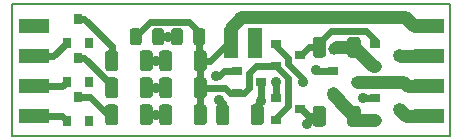
<source format=gbr>
%TF.GenerationSoftware,KiCad,Pcbnew,5.1.9-1.fc32*%
%TF.CreationDate,2021-02-20T11:42:22+01:00*%
%TF.ProjectId,rgb_led_strip_amp,7267625f-6c65-4645-9f73-747269705f61,rev?*%
%TF.SameCoordinates,Original*%
%TF.FileFunction,Copper,L1,Top*%
%TF.FilePolarity,Positive*%
%FSLAX46Y46*%
G04 Gerber Fmt 4.6, Leading zero omitted, Abs format (unit mm)*
G04 Created by KiCad (PCBNEW 5.1.9-1.fc32) date 2021-02-20 11:42:22*
%MOMM*%
%LPD*%
G01*
G04 APERTURE LIST*
%TA.AperFunction,Profile*%
%ADD10C,0.050000*%
%TD*%
%TA.AperFunction,NonConductor*%
%ADD11C,0.150000*%
%TD*%
%TA.AperFunction,SMDPad,CuDef*%
%ADD12R,0.900000X0.800000*%
%TD*%
%TA.AperFunction,SMDPad,CuDef*%
%ADD13R,1.200000X2.500000*%
%TD*%
%TA.AperFunction,SMDPad,CuDef*%
%ADD14R,0.800000X0.900000*%
%TD*%
%TA.AperFunction,SMDPad,CuDef*%
%ADD15R,2.500000X1.300000*%
%TD*%
%TA.AperFunction,ViaPad*%
%ADD16C,0.900000*%
%TD*%
%TA.AperFunction,ViaPad*%
%ADD17C,1.000000*%
%TD*%
%TA.AperFunction,Conductor*%
%ADD18C,0.609600*%
%TD*%
%TA.AperFunction,Conductor*%
%ADD19C,1.117600*%
%TD*%
%TA.AperFunction,Conductor*%
%ADD20C,0.812800*%
%TD*%
G04 APERTURE END LIST*
D10*
X186944000Y-127762000D02*
X149860000Y-127762000D01*
X186944000Y-138938000D02*
X186944000Y-127762000D01*
X149860000Y-138938000D02*
X186944000Y-138938000D01*
X149860000Y-127762000D02*
X149860000Y-138938000D01*
D11*
X149860000Y-138938000D02*
X149860000Y-127762000D01*
X186944000Y-138938000D02*
X149860000Y-138938000D01*
X186944000Y-127762000D02*
X186944000Y-138938000D01*
X149860000Y-127762000D02*
X186944000Y-127762000D01*
D12*
%TO.P,Q4,1*%
%TO.N,Net-(Q3-Pad3)*%
X177054000Y-133416000D03*
%TO.P,Q4,2*%
%TO.N,GND*%
X177054000Y-135316000D03*
%TO.P,Q4,3*%
%TO.N,/OUT2*%
X179054000Y-134366000D03*
%TD*%
%TO.P,R9,2*%
%TO.N,GND*%
%TA.AperFunction,SMDPad,CuDef*%
G36*
G01*
X178253500Y-137912003D02*
X178253500Y-136661997D01*
G75*
G02*
X178503497Y-136412000I249997J0D01*
G01*
X179128503Y-136412000D01*
G75*
G02*
X179378500Y-136661997I0J-249997D01*
G01*
X179378500Y-137912003D01*
G75*
G02*
X179128503Y-138162000I-249997J0D01*
G01*
X178503497Y-138162000D01*
G75*
G02*
X178253500Y-137912003I0J249997D01*
G01*
G37*
%TD.AperFunction*%
%TO.P,R9,1*%
%TO.N,Net-(Q5-Pad3)*%
%TA.AperFunction,SMDPad,CuDef*%
G36*
G01*
X175328500Y-137912003D02*
X175328500Y-136661997D01*
G75*
G02*
X175578497Y-136412000I249997J0D01*
G01*
X176203503Y-136412000D01*
G75*
G02*
X176453500Y-136661997I0J-249997D01*
G01*
X176453500Y-137912003D01*
G75*
G02*
X176203503Y-138162000I-249997J0D01*
G01*
X175578497Y-138162000D01*
G75*
G02*
X175328500Y-137912003I0J249997D01*
G01*
G37*
%TD.AperFunction*%
%TD*%
%TO.P,R8,2*%
%TO.N,Net-(D3-Pad1)*%
%TA.AperFunction,SMDPad,CuDef*%
G36*
G01*
X158866000Y-136534997D02*
X158866000Y-137785003D01*
G75*
G02*
X158616003Y-138035000I-249997J0D01*
G01*
X157990997Y-138035000D01*
G75*
G02*
X157741000Y-137785003I0J249997D01*
G01*
X157741000Y-136534997D01*
G75*
G02*
X157990997Y-136285000I249997J0D01*
G01*
X158616003Y-136285000D01*
G75*
G02*
X158866000Y-136534997I0J-249997D01*
G01*
G37*
%TD.AperFunction*%
%TO.P,R8,1*%
%TO.N,Net-(Q5-Pad1)*%
%TA.AperFunction,SMDPad,CuDef*%
G36*
G01*
X161791000Y-136534997D02*
X161791000Y-137785003D01*
G75*
G02*
X161541003Y-138035000I-249997J0D01*
G01*
X160915997Y-138035000D01*
G75*
G02*
X160666000Y-137785003I0J249997D01*
G01*
X160666000Y-136534997D01*
G75*
G02*
X160915997Y-136285000I249997J0D01*
G01*
X161541003Y-136285000D01*
G75*
G02*
X161791000Y-136534997I0J-249997D01*
G01*
G37*
%TD.AperFunction*%
%TD*%
%TO.P,R7,2*%
%TO.N,Net-(Q5-Pad1)*%
%TA.AperFunction,SMDPad,CuDef*%
G36*
G01*
X163438000Y-136534997D02*
X163438000Y-137785003D01*
G75*
G02*
X163188003Y-138035000I-249997J0D01*
G01*
X162562997Y-138035000D01*
G75*
G02*
X162313000Y-137785003I0J249997D01*
G01*
X162313000Y-136534997D01*
G75*
G02*
X162562997Y-136285000I249997J0D01*
G01*
X163188003Y-136285000D01*
G75*
G02*
X163438000Y-136534997I0J-249997D01*
G01*
G37*
%TD.AperFunction*%
%TO.P,R7,1*%
%TO.N,+12V*%
%TA.AperFunction,SMDPad,CuDef*%
G36*
G01*
X166363000Y-136534997D02*
X166363000Y-137785003D01*
G75*
G02*
X166113003Y-138035000I-249997J0D01*
G01*
X165487997Y-138035000D01*
G75*
G02*
X165238000Y-137785003I0J249997D01*
G01*
X165238000Y-136534997D01*
G75*
G02*
X165487997Y-136285000I249997J0D01*
G01*
X166113003Y-136285000D01*
G75*
G02*
X166363000Y-136534997I0J-249997D01*
G01*
G37*
%TD.AperFunction*%
%TD*%
%TO.P,Q5,3*%
%TO.N,Net-(Q5-Pad3)*%
X174228000Y-136652000D03*
%TO.P,Q5,2*%
%TO.N,+12V*%
X172228000Y-137602000D03*
%TO.P,Q5,1*%
%TO.N,Net-(Q5-Pad1)*%
X172228000Y-135702000D03*
%TD*%
D13*
%TO.P,J2,2*%
%TO.N,GND*%
X170402000Y-131064000D03*
%TO.P,J2,1*%
%TO.N,+12V*%
X168402000Y-131064000D03*
%TD*%
%TO.P,C2,2*%
%TO.N,GND*%
%TA.AperFunction,SMDPad,CuDef*%
G36*
G01*
X164330000Y-130081000D02*
X164330000Y-131031000D01*
G75*
G02*
X164080000Y-131281000I-250000J0D01*
G01*
X163580000Y-131281000D01*
G75*
G02*
X163330000Y-131031000I0J250000D01*
G01*
X163330000Y-130081000D01*
G75*
G02*
X163580000Y-129831000I250000J0D01*
G01*
X164080000Y-129831000D01*
G75*
G02*
X164330000Y-130081000I0J-250000D01*
G01*
G37*
%TD.AperFunction*%
%TO.P,C2,1*%
%TO.N,+12V*%
%TA.AperFunction,SMDPad,CuDef*%
G36*
G01*
X166230000Y-130081000D02*
X166230000Y-131031000D01*
G75*
G02*
X165980000Y-131281000I-250000J0D01*
G01*
X165480000Y-131281000D01*
G75*
G02*
X165230000Y-131031000I0J250000D01*
G01*
X165230000Y-130081000D01*
G75*
G02*
X165480000Y-129831000I250000J0D01*
G01*
X165980000Y-129831000D01*
G75*
G02*
X166230000Y-130081000I0J-250000D01*
G01*
G37*
%TD.AperFunction*%
%TD*%
%TO.P,C1,2*%
%TO.N,GND*%
%TA.AperFunction,SMDPad,CuDef*%
G36*
G01*
X161740000Y-131031000D02*
X161740000Y-130081000D01*
G75*
G02*
X161990000Y-129831000I250000J0D01*
G01*
X162490000Y-129831000D01*
G75*
G02*
X162740000Y-130081000I0J-250000D01*
G01*
X162740000Y-131031000D01*
G75*
G02*
X162490000Y-131281000I-250000J0D01*
G01*
X161990000Y-131281000D01*
G75*
G02*
X161740000Y-131031000I0J250000D01*
G01*
G37*
%TD.AperFunction*%
%TO.P,C1,1*%
%TO.N,+12V*%
%TA.AperFunction,SMDPad,CuDef*%
G36*
G01*
X159840000Y-131031000D02*
X159840000Y-130081000D01*
G75*
G02*
X160090000Y-129831000I250000J0D01*
G01*
X160590000Y-129831000D01*
G75*
G02*
X160840000Y-130081000I0J-250000D01*
G01*
X160840000Y-131031000D01*
G75*
G02*
X160590000Y-131281000I-250000J0D01*
G01*
X160090000Y-131281000D01*
G75*
G02*
X159840000Y-131031000I0J250000D01*
G01*
G37*
%TD.AperFunction*%
%TD*%
D14*
%TO.P,D3,1*%
%TO.N,Net-(D3-Pad1)*%
X155448000Y-135652000D03*
%TO.P,D3,*%
%TO.N,*%
X156398000Y-137652000D03*
%TO.P,D3,2*%
%TO.N,/IN3*%
X154498000Y-137652000D03*
%TD*%
%TO.P,D1,1*%
%TO.N,Net-(D1-Pad1)*%
X155448000Y-129048000D03*
%TO.P,D1,*%
%TO.N,*%
X156398000Y-131048000D03*
%TO.P,D1,2*%
%TO.N,/IN1*%
X154498000Y-131048000D03*
%TD*%
%TO.P,D2,2*%
%TO.N,/IN2*%
X154498000Y-134350000D03*
%TO.P,D2,*%
%TO.N,*%
X156398000Y-134350000D03*
%TO.P,D2,1*%
%TO.N,Net-(D2-Pad1)*%
X155448000Y-132350000D03*
%TD*%
D12*
%TO.P,Q1,1*%
%TO.N,Net-(Q1-Pad1)*%
X172228000Y-131130000D03*
%TO.P,Q1,2*%
%TO.N,+12V*%
X172228000Y-133030000D03*
%TO.P,Q1,3*%
%TO.N,Net-(Q1-Pad3)*%
X174228000Y-132080000D03*
%TD*%
%TO.P,Q2,3*%
%TO.N,/OUT1*%
X182610000Y-132080000D03*
%TO.P,Q2,2*%
%TO.N,GND*%
X180610000Y-133030000D03*
%TO.P,Q2,1*%
%TO.N,Net-(Q1-Pad3)*%
X180610000Y-131130000D03*
%TD*%
%TO.P,Q3,1*%
%TO.N,Net-(Q3-Pad1)*%
X168926000Y-133416000D03*
%TO.P,Q3,2*%
%TO.N,+12V*%
X168926000Y-135316000D03*
%TO.P,Q3,3*%
%TO.N,Net-(Q3-Pad3)*%
X170926000Y-134366000D03*
%TD*%
%TO.P,Q6,3*%
%TO.N,/OUT3*%
X182610000Y-136652000D03*
%TO.P,Q6,2*%
%TO.N,GND*%
X180610000Y-137602000D03*
%TO.P,Q6,1*%
%TO.N,Net-(Q5-Pad3)*%
X180610000Y-135702000D03*
%TD*%
%TO.P,R2,1*%
%TO.N,Net-(Q1-Pad1)*%
%TA.AperFunction,SMDPad,CuDef*%
G36*
G01*
X161791000Y-131962998D02*
X161791000Y-133213002D01*
G75*
G02*
X161541002Y-133463000I-249998J0D01*
G01*
X160915998Y-133463000D01*
G75*
G02*
X160666000Y-133213002I0J249998D01*
G01*
X160666000Y-131962998D01*
G75*
G02*
X160915998Y-131713000I249998J0D01*
G01*
X161541002Y-131713000D01*
G75*
G02*
X161791000Y-131962998I0J-249998D01*
G01*
G37*
%TD.AperFunction*%
%TO.P,R2,2*%
%TO.N,Net-(D1-Pad1)*%
%TA.AperFunction,SMDPad,CuDef*%
G36*
G01*
X158866000Y-131962998D02*
X158866000Y-133213002D01*
G75*
G02*
X158616002Y-133463000I-249998J0D01*
G01*
X157990998Y-133463000D01*
G75*
G02*
X157741000Y-133213002I0J249998D01*
G01*
X157741000Y-131962998D01*
G75*
G02*
X157990998Y-131713000I249998J0D01*
G01*
X158616002Y-131713000D01*
G75*
G02*
X158866000Y-131962998I0J-249998D01*
G01*
G37*
%TD.AperFunction*%
%TD*%
%TO.P,R3,1*%
%TO.N,Net-(Q1-Pad3)*%
%TA.AperFunction,SMDPad,CuDef*%
G36*
G01*
X175332500Y-132070002D02*
X175332500Y-130819998D01*
G75*
G02*
X175582498Y-130570000I249998J0D01*
G01*
X176207502Y-130570000D01*
G75*
G02*
X176457500Y-130819998I0J-249998D01*
G01*
X176457500Y-132070002D01*
G75*
G02*
X176207502Y-132320000I-249998J0D01*
G01*
X175582498Y-132320000D01*
G75*
G02*
X175332500Y-132070002I0J249998D01*
G01*
G37*
%TD.AperFunction*%
%TO.P,R3,2*%
%TO.N,GND*%
%TA.AperFunction,SMDPad,CuDef*%
G36*
G01*
X178257500Y-132070002D02*
X178257500Y-130819998D01*
G75*
G02*
X178507498Y-130570000I249998J0D01*
G01*
X179132502Y-130570000D01*
G75*
G02*
X179382500Y-130819998I0J-249998D01*
G01*
X179382500Y-132070002D01*
G75*
G02*
X179132502Y-132320000I-249998J0D01*
G01*
X178507498Y-132320000D01*
G75*
G02*
X178257500Y-132070002I0J249998D01*
G01*
G37*
%TD.AperFunction*%
%TD*%
%TO.P,R4,1*%
%TO.N,+12V*%
%TA.AperFunction,SMDPad,CuDef*%
G36*
G01*
X166363000Y-134248998D02*
X166363000Y-135499002D01*
G75*
G02*
X166113002Y-135749000I-249998J0D01*
G01*
X165487998Y-135749000D01*
G75*
G02*
X165238000Y-135499002I0J249998D01*
G01*
X165238000Y-134248998D01*
G75*
G02*
X165487998Y-133999000I249998J0D01*
G01*
X166113002Y-133999000D01*
G75*
G02*
X166363000Y-134248998I0J-249998D01*
G01*
G37*
%TD.AperFunction*%
%TO.P,R4,2*%
%TO.N,Net-(Q3-Pad1)*%
%TA.AperFunction,SMDPad,CuDef*%
G36*
G01*
X163438000Y-134248998D02*
X163438000Y-135499002D01*
G75*
G02*
X163188002Y-135749000I-249998J0D01*
G01*
X162562998Y-135749000D01*
G75*
G02*
X162313000Y-135499002I0J249998D01*
G01*
X162313000Y-134248998D01*
G75*
G02*
X162562998Y-133999000I249998J0D01*
G01*
X163188002Y-133999000D01*
G75*
G02*
X163438000Y-134248998I0J-249998D01*
G01*
G37*
%TD.AperFunction*%
%TD*%
%TO.P,R5,2*%
%TO.N,Net-(D2-Pad1)*%
%TA.AperFunction,SMDPad,CuDef*%
G36*
G01*
X158866000Y-134248998D02*
X158866000Y-135499002D01*
G75*
G02*
X158616002Y-135749000I-249998J0D01*
G01*
X157990998Y-135749000D01*
G75*
G02*
X157741000Y-135499002I0J249998D01*
G01*
X157741000Y-134248998D01*
G75*
G02*
X157990998Y-133999000I249998J0D01*
G01*
X158616002Y-133999000D01*
G75*
G02*
X158866000Y-134248998I0J-249998D01*
G01*
G37*
%TD.AperFunction*%
%TO.P,R5,1*%
%TO.N,Net-(Q3-Pad1)*%
%TA.AperFunction,SMDPad,CuDef*%
G36*
G01*
X161791000Y-134248998D02*
X161791000Y-135499002D01*
G75*
G02*
X161541002Y-135749000I-249998J0D01*
G01*
X160915998Y-135749000D01*
G75*
G02*
X160666000Y-135499002I0J249998D01*
G01*
X160666000Y-134248998D01*
G75*
G02*
X160915998Y-133999000I249998J0D01*
G01*
X161541002Y-133999000D01*
G75*
G02*
X161791000Y-134248998I0J-249998D01*
G01*
G37*
%TD.AperFunction*%
%TD*%
%TO.P,R6,2*%
%TO.N,GND*%
%TA.AperFunction,SMDPad,CuDef*%
G36*
G01*
X168264000Y-136534998D02*
X168264000Y-137785002D01*
G75*
G02*
X168014002Y-138035000I-249998J0D01*
G01*
X167388998Y-138035000D01*
G75*
G02*
X167139000Y-137785002I0J249998D01*
G01*
X167139000Y-136534998D01*
G75*
G02*
X167388998Y-136285000I249998J0D01*
G01*
X168014002Y-136285000D01*
G75*
G02*
X168264000Y-136534998I0J-249998D01*
G01*
G37*
%TD.AperFunction*%
%TO.P,R6,1*%
%TO.N,Net-(Q3-Pad3)*%
%TA.AperFunction,SMDPad,CuDef*%
G36*
G01*
X171189000Y-136534998D02*
X171189000Y-137785002D01*
G75*
G02*
X170939002Y-138035000I-249998J0D01*
G01*
X170313998Y-138035000D01*
G75*
G02*
X170064000Y-137785002I0J249998D01*
G01*
X170064000Y-136534998D01*
G75*
G02*
X170313998Y-136285000I249998J0D01*
G01*
X170939002Y-136285000D01*
G75*
G02*
X171189000Y-136534998I0J-249998D01*
G01*
G37*
%TD.AperFunction*%
%TD*%
%TO.P,R1,1*%
%TO.N,+12V*%
%TA.AperFunction,SMDPad,CuDef*%
G36*
G01*
X166363000Y-131962998D02*
X166363000Y-133213002D01*
G75*
G02*
X166113002Y-133463000I-249998J0D01*
G01*
X165487998Y-133463000D01*
G75*
G02*
X165238000Y-133213002I0J249998D01*
G01*
X165238000Y-131962998D01*
G75*
G02*
X165487998Y-131713000I249998J0D01*
G01*
X166113002Y-131713000D01*
G75*
G02*
X166363000Y-131962998I0J-249998D01*
G01*
G37*
%TD.AperFunction*%
%TO.P,R1,2*%
%TO.N,Net-(Q1-Pad1)*%
%TA.AperFunction,SMDPad,CuDef*%
G36*
G01*
X163438000Y-131962998D02*
X163438000Y-133213002D01*
G75*
G02*
X163188002Y-133463000I-249998J0D01*
G01*
X162562998Y-133463000D01*
G75*
G02*
X162313000Y-133213002I0J249998D01*
G01*
X162313000Y-131962998D01*
G75*
G02*
X162562998Y-131713000I249998J0D01*
G01*
X163188002Y-131713000D01*
G75*
G02*
X163438000Y-131962998I0J-249998D01*
G01*
G37*
%TD.AperFunction*%
%TD*%
D15*
%TO.P,J1,3*%
%TO.N,/IN2*%
X151765000Y-134747000D03*
%TO.P,J1,2*%
%TO.N,/IN1*%
X151765000Y-132207000D03*
%TO.P,J1,1*%
%TO.N,+12V*%
X151765000Y-129667000D03*
%TO.P,J1,4*%
%TO.N,/IN3*%
X151765000Y-137287000D03*
%TD*%
%TO.P,J3,4*%
%TO.N,+12V*%
X185166000Y-129667000D03*
%TO.P,J3,1*%
%TO.N,/OUT3*%
X185166000Y-137287000D03*
%TO.P,J3,2*%
%TO.N,/OUT2*%
X185166000Y-134747000D03*
%TO.P,J3,3*%
%TO.N,/OUT1*%
X185166000Y-132207000D03*
%TD*%
D16*
%TO.N,GND*%
X163068000Y-130556000D03*
X167386000Y-135890000D03*
D17*
X170434000Y-131500000D03*
X170434000Y-130600000D03*
X177609500Y-135953500D03*
X177165000Y-131572000D03*
%TO.N,+12V*%
X185547000Y-129667000D03*
X151384000Y-129667000D03*
X152220000Y-129667000D03*
X184700000Y-129667000D03*
X168402000Y-130700000D03*
X168402000Y-129850000D03*
D16*
%TO.N,Net-(Q1-Pad1)*%
X162052000Y-132588000D03*
X174498000Y-134366000D03*
%TO.N,Net-(Q3-Pad3)*%
X175641000Y-133350000D03*
X170942000Y-136017000D03*
%TO.N,Net-(Q3-Pad1)*%
X167132000Y-133858000D03*
X162052000Y-134874000D03*
%TO.N,Net-(Q5-Pad1)*%
X172212000Y-134366000D03*
X162052000Y-137160000D03*
%TO.N,Net-(Q5-Pad3)*%
X174879000Y-137922000D03*
X179578000Y-135763000D03*
%TD*%
D18*
%TO.N,GND*%
X163830000Y-130556000D02*
X163068000Y-130556000D01*
X162240000Y-130556000D02*
X163068000Y-130556000D01*
X167701500Y-136205500D02*
X167386000Y-135890000D01*
X167701500Y-137160000D02*
X167701500Y-136205500D01*
X170402000Y-131413000D02*
X170402000Y-131064000D01*
D19*
X180405000Y-133030000D02*
X178820000Y-131445000D01*
X180610000Y-133030000D02*
X180405000Y-133030000D01*
D20*
X177165000Y-131572000D02*
X177292000Y-131445000D01*
D19*
X178820000Y-131445000D02*
X177292000Y-131445000D01*
X177054000Y-135398000D02*
X177609500Y-135953500D01*
X177054000Y-135316000D02*
X177054000Y-135398000D01*
X177609500Y-136080500D02*
X178816000Y-137287000D01*
X177609500Y-135953500D02*
X177609500Y-136080500D01*
X179131000Y-137602000D02*
X178816000Y-137287000D01*
X180610000Y-137602000D02*
X179131000Y-137602000D01*
D18*
%TO.N,+12V*%
X165800500Y-132588000D02*
X165800500Y-134874000D01*
X165800500Y-137160000D02*
X165800500Y-134874000D01*
X165730000Y-132517500D02*
X165800500Y-132588000D01*
X165730000Y-130556000D02*
X165730000Y-132517500D01*
X165800500Y-132588000D02*
X166624000Y-132588000D01*
X168148000Y-131064000D02*
X168402000Y-131064000D01*
X166624000Y-132588000D02*
X168148000Y-131064000D01*
X172228000Y-137602000D02*
X172228000Y-137398000D01*
X172228000Y-137398000D02*
X173228000Y-136398000D01*
X173228000Y-134030000D02*
X172228000Y-133030000D01*
X173228000Y-136398000D02*
X173228000Y-134030000D01*
X168926000Y-135316000D02*
X168336000Y-135316000D01*
X167894000Y-134874000D02*
X165800500Y-134874000D01*
X168336000Y-135316000D02*
X167894000Y-134874000D01*
X170500000Y-133030000D02*
X172228000Y-133030000D01*
X169926000Y-133604000D02*
X170500000Y-133030000D01*
X169926000Y-134874000D02*
X169926000Y-133604000D01*
X169484000Y-135316000D02*
X169926000Y-134874000D01*
X168926000Y-135316000D02*
X169484000Y-135316000D01*
X160340000Y-130556000D02*
X160340000Y-130490000D01*
X160340000Y-130490000D02*
X161544000Y-129286000D01*
X161544000Y-129286000D02*
X164846000Y-129286000D01*
X165730000Y-130170000D02*
X164846000Y-129286000D01*
X165730000Y-130556000D02*
X165730000Y-130170000D01*
D20*
X168402000Y-131064000D02*
X168402000Y-129794000D01*
D19*
X168402000Y-130048000D02*
X168402000Y-129794000D01*
X183134000Y-128905000D02*
X183896000Y-129667000D01*
X169291000Y-128905000D02*
X183134000Y-128905000D01*
X183896000Y-129667000D02*
X185166000Y-129667000D01*
X168402000Y-129794000D02*
X169291000Y-128905000D01*
D18*
%TO.N,Net-(D1-Pad1)*%
X155448000Y-129048000D02*
X155972000Y-129048000D01*
X158303500Y-131379500D02*
X158303500Y-132588000D01*
X155972000Y-129048000D02*
X158303500Y-131379500D01*
%TO.N,Net-(D2-Pad1)*%
X158303500Y-134874000D02*
X158303500Y-134681500D01*
X155972000Y-132350000D02*
X155448000Y-132350000D01*
X158303500Y-134681500D02*
X155972000Y-132350000D01*
%TO.N,Net-(D3-Pad1)*%
X158303500Y-137160000D02*
X157988000Y-137160000D01*
X156480000Y-135652000D02*
X155448000Y-135652000D01*
X157988000Y-137160000D02*
X156480000Y-135652000D01*
%TO.N,Net-(Q1-Pad3)*%
X180610000Y-131130000D02*
X180610000Y-130826000D01*
X180610000Y-130826000D02*
X179832000Y-130048000D01*
X179832000Y-130048000D02*
X176911000Y-130048000D01*
X175895000Y-131064000D02*
X175895000Y-131445000D01*
X176911000Y-130048000D02*
X175895000Y-131064000D01*
X174228000Y-132080000D02*
X174371000Y-132080000D01*
X175006000Y-131445000D02*
X175895000Y-131445000D01*
X174371000Y-132080000D02*
X175006000Y-131445000D01*
%TO.N,Net-(Q1-Pad1)*%
X162052000Y-132588000D02*
X162875500Y-132588000D01*
X161228500Y-132588000D02*
X162052000Y-132588000D01*
X172228000Y-131130000D02*
X172228000Y-131334000D01*
X172228000Y-131334000D02*
X173228000Y-132334000D01*
X173228000Y-132334000D02*
X173228000Y-132842000D01*
X173228000Y-132842000D02*
X173736000Y-133350000D01*
X174498000Y-134112000D02*
X174498000Y-134366000D01*
X173736000Y-133350000D02*
X174498000Y-134112000D01*
%TO.N,/IN1*%
X153339000Y-132207000D02*
X154498000Y-131048000D01*
X151765000Y-132207000D02*
X153339000Y-132207000D01*
%TO.N,/IN2*%
X154101000Y-134747000D02*
X154498000Y-134350000D01*
X151765000Y-134747000D02*
X154101000Y-134747000D01*
%TO.N,/IN3*%
X154133000Y-137287000D02*
X154498000Y-137652000D01*
X151765000Y-137287000D02*
X154133000Y-137287000D01*
D19*
%TO.N,/OUT1*%
X182737000Y-132207000D02*
X182610000Y-132080000D01*
X185166000Y-132207000D02*
X182737000Y-132207000D01*
%TO.N,/OUT2*%
X183388000Y-134747000D02*
X185166000Y-134747000D01*
X183007000Y-134366000D02*
X183388000Y-134747000D01*
X179054000Y-134366000D02*
X183007000Y-134366000D01*
%TO.N,/OUT3*%
X183245000Y-137287000D02*
X182610000Y-136652000D01*
X185166000Y-137287000D02*
X183245000Y-137287000D01*
D18*
%TO.N,Net-(Q3-Pad3)*%
X177054000Y-133416000D02*
X176210000Y-133416000D01*
X175707000Y-133416000D02*
X175641000Y-133350000D01*
X176210000Y-133416000D02*
X175707000Y-133416000D01*
X170926000Y-136001000D02*
X170942000Y-136017000D01*
X170926000Y-134366000D02*
X170926000Y-136001000D01*
X170626500Y-136332500D02*
X170942000Y-136017000D01*
X170626500Y-137160000D02*
X170626500Y-136332500D01*
%TO.N,Net-(Q3-Pad1)*%
X162052000Y-134874000D02*
X162875500Y-134874000D01*
X161228500Y-134874000D02*
X162052000Y-134874000D01*
X168926000Y-133416000D02*
X167828000Y-133416000D01*
X167386000Y-133858000D02*
X167132000Y-133858000D01*
X167828000Y-133416000D02*
X167386000Y-133858000D01*
%TO.N,Net-(Q5-Pad1)*%
X172228000Y-135702000D02*
X172228000Y-134890000D01*
X172228000Y-134382000D02*
X172212000Y-134366000D01*
X172228000Y-134890000D02*
X172228000Y-134382000D01*
X162052000Y-137160000D02*
X162875500Y-137160000D01*
X161228500Y-137160000D02*
X162052000Y-137160000D01*
%TO.N,Net-(Q5-Pad3)*%
X174228000Y-136652000D02*
X174371000Y-136652000D01*
X175006000Y-137287000D02*
X175891000Y-137287000D01*
X174371000Y-136652000D02*
X175006000Y-137287000D01*
X175514000Y-137287000D02*
X174879000Y-137922000D01*
X175891000Y-137287000D02*
X175514000Y-137287000D01*
X179639000Y-135702000D02*
X180610000Y-135702000D01*
X179578000Y-135763000D02*
X179639000Y-135702000D01*
%TD*%
M02*

</source>
